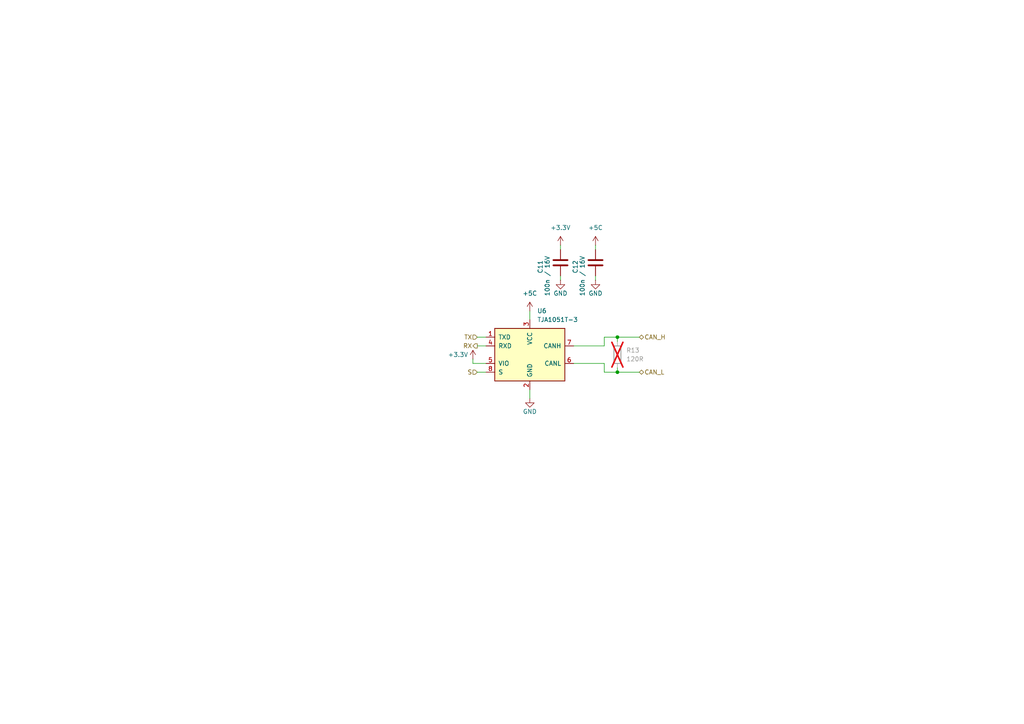
<source format=kicad_sch>
(kicad_sch (version 20250114) (generator "eeschema") (generator_version "9.0")
  (paper "A4")
  (lib_symbols
    (symbol "Device:C" (pin_numbers (hide yes)) (pin_names (offset 0.254))
      (property "Reference" "C" (at 0.635 2.54 0))
      (property "Value" "C" (at 0.635 -2.54 0))
      (symbol "C_0_1"
        (polyline (pts (xy -2.032 0.762) (xy 2.032 0.762)) (stroke (width 0.508)))
        (polyline (pts (xy -2.032 -0.762) (xy 2.032 -0.762)) (stroke (width 0.508)))
      )
      (symbol "C_1_1"
        (pin passive line (at 0 3.81 270) (length 2.794) (name "~") (number "1"))
        (pin passive line (at 0 -3.81 90) (length 2.794) (name "~") (number "2"))
      )
    )
    (symbol "Device:R" (pin_numbers (hide yes)) (pin_names (offset 0))
      (property "Reference" "R" (at 2.032 0 90))
      (property "Value" "R" (at 0 0 90))
      (symbol "R_0_1"
        (rectangle (start -1.016 -2.54) (end 1.016 2.54) (stroke (width 0.254)))
      )
      (symbol "R_1_1"
        (pin passive line (at 0 3.81 270) (length 1.27) (name "~") (number "1"))
        (pin passive line (at 0 -3.81 90) (length 1.27) (name "~") (number "2"))
      )
    )
    (symbol "Interface_CAN_LIN:TJA1051T-3" (pin_names (offset 1.016))
      (property "Reference" "U" (at -10.16 8.89 0))
      (property "Value" "TJA1051T-3" (at 1.27 8.89 0))
      (symbol "TJA1051T-3_0_1"
        (rectangle (start -10.16 7.62) (end 10.16 -7.62) (stroke (width 0.254)) (fill (type background)))
      )
      (symbol "TJA1051T-3_1_1"
        (pin input line (at -12.7 5.08 0) (length 2.54) (name "TXD") (number "1"))
        (pin output line (at -12.7 2.54 0) (length 2.54) (name "RXD") (number "4"))
        (pin power_in line (at -12.7 -2.54 0) (length 2.54) (name "VIO") (number "5"))
        (pin input line (at -12.7 -5.08 0) (length 2.54) (name "S") (number "8"))
        (pin power_in line (at 0 10.16 270) (length 2.54) (name "VCC") (number "3"))
        (pin power_in line (at 0 -10.16 90) (length 2.54) (name "GND") (number "2"))
        (pin bidirectional line (at 12.7 2.54 180) (length 2.54) (name "CANH") (number "7"))
        (pin bidirectional line (at 12.7 -2.54 180) (length 2.54) (name "CANL") (number "6"))
      )
    )
    (symbol "power:+3.3V" (power) (pin_numbers (hide yes)) (pin_names (offset 0) (hide yes))
      (property "Value" "+3.3V" (at 0 3.556 0))
      (symbol "+3.3V_0_1"
        (polyline (pts (xy -0.762 1.27) (xy 0 2.54)))
        (polyline (pts (xy 0 2.54) (xy 0.762 1.27)))
        (polyline (pts (xy 0 0) (xy 0 2.54)))
      )
      (symbol "+3.3V_1_1"
        (pin power_in line (at 0 0 90) (length 0) (name "~") (number "1"))
      )
    )
    (symbol "power:+5C" (power) (pin_numbers (hide yes)) (pin_names (offset 0) (hide yes))
      (property "Value" "+5C" (at 0 3.556 0))
      (symbol "+5C_0_1"
        (polyline (pts (xy -0.762 1.27) (xy 0 2.54)))
        (polyline (pts (xy 0 2.54) (xy 0.762 1.27)))
        (polyline (pts (xy 0 0) (xy 0 2.54)))
      )
      (symbol "+5C_1_1"
        (pin power_in line (at 0 0 90) (length 0) (name "~") (number "1"))
      )
    )
    (symbol "power:GND" (power) (pin_numbers (hide yes)) (pin_names (offset 0) (hide yes))
      (property "Value" "GND" (at 0 -3.81 0))
      (symbol "GND_0_1"
        (polyline (pts (xy 0 0) (xy 0 -1.27) (xy 1.27 -1.27) (xy 0 -2.54) (xy -1.27 -1.27) (xy 0 -1.27)))
      )
      (symbol "GND_1_1"
        (pin power_in line (at 0 0 270) (length 0) (name "~") (number "1"))
      )
    )
  )
  (junction (at 179.07 107.95))
  (junction (at 179.07 97.79))
  (wire (pts (xy 179.07 97.79) (xy 179.07 99.06)))
  (wire (pts (xy 137.16 105.41) (xy 137.16 104.14)))
  (wire (pts (xy 153.67 113.03) (xy 153.67 115.57)))
  (wire (pts (xy 175.26 97.79) (xy 179.07 97.79)))
  (wire (pts (xy 175.26 107.95) (xy 179.07 107.95)))
  (wire (pts (xy 138.43 100.33) (xy 140.97 100.33)))
  (wire (pts (xy 179.07 107.95) (xy 185.42 107.95)))
  (wire (pts (xy 138.43 97.79) (xy 140.97 97.79)))
  (wire (pts (xy 166.37 105.41) (xy 175.26 105.41)))
  (wire (pts (xy 138.43 107.95) (xy 140.97 107.95)))
  (wire (pts (xy 140.97 105.41) (xy 137.16 105.41)))
  (wire (pts (xy 162.56 80.01) (xy 162.56 81.28)))
  (wire (pts (xy 162.56 71.12) (xy 162.56 72.39)))
  (wire (pts (xy 179.07 106.68) (xy 179.07 107.95)))
  (wire (pts (xy 175.26 105.41) (xy 175.26 107.95)))
  (wire (pts (xy 166.37 100.33) (xy 175.26 100.33)))
  (wire (pts (xy 172.72 80.01) (xy 172.72 81.28)))
  (wire (pts (xy 153.67 90.17) (xy 153.67 92.71)))
  (wire (pts (xy 179.07 97.79) (xy 185.42 97.79)))
  (wire (pts (xy 172.72 71.12) (xy 172.72 72.39)))
  (wire (pts (xy 175.26 100.33) (xy 175.26 97.79)))
  (hierarchical_label "S" (shape input) (at 138.43 107.95 180))
  (hierarchical_label "CAN_H" (shape bidirectional) (at 185.42 97.79 0))
  (hierarchical_label "RX" (shape output) (at 138.43 100.33 180))
  (hierarchical_label "CAN_L" (shape bidirectional) (at 185.42 107.95 0))
  (hierarchical_label "TX" (shape input) (at 138.43 97.79 180))
  (symbol (lib_id "power:GND") (at 172.72 81.28 0) (unit 1)
    (property "Reference" "#PWR050" (effects (hide yes)))
    (property "Value" "GND" (at 172.72 85.09 0))
    (property "Description" "Power symbol creates a global label with name \"GND\" , ground" (effects (hide yes)))
  )
  (symbol (lib_id "power:+5C") (at 172.72 71.12 0) (unit 1)
    (property "Reference" "#PWR049" (effects (hide yes)))
    (property "Value" "+5C" (at 172.72 66.04 0))
    (property "Description" "Power symbol creates a global label with name \"+5C\"" (effects (hide yes)))
  )
  (symbol (lib_id "power:+3.3V") (at 137.16 104.14 0) (unit 1)
    (property "Reference" "#PWR044" (effects (hide yes)))
    (property "Value" "+3.3V" (at 132.842 102.87 0))
    (property "Description" "Power symbol creates a global label with name \"+3.3V\"" (effects (hide yes)))
  )
  (symbol (lib_id "power:+3.3V") (at 162.56 71.12 0) (unit 1)
    (property "Reference" "#PWR047" (effects (hide yes)))
    (property "Value" "+3.3V" (at 162.56 66.04 0))
    (property "Description" "Power symbol creates a global label with name \"+3.3V\"" (effects (hide yes)))
  )
  (symbol (lib_id "power:GND") (at 153.67 115.57 0) (unit 1)
    (property "Reference" "#PWR046" (effects (hide yes)))
    (property "Value" "GND" (at 153.67 119.38 0))
    (property "Description" "Power symbol creates a global label with name \"GND\" , ground" (effects (hide yes)))
  )
  (symbol (lib_id "Device:C") (at 172.72 76.2 180) (unit 1)
    (property "Reference" "C12" (at 166.878 75.438 90) (effects (justify left)))
    (property "Value" "100n / 16V" (at 168.91 74.1681 90) (effects (justify left)))
    (property "Footprint" "Capacitor_SMD:C_1206_3216Metric" (effects (hide yes)))
    (property "Description" "Unpolarized capacitor" (effects (hide yes)))
  )
  (symbol (lib_id "power:+5C") (at 153.67 90.17 0) (unit 1)
    (property "Reference" "#PWR045" (effects (hide yes)))
    (property "Value" "+5C" (at 153.67 85.09 0))
    (property "Description" "Power symbol creates a global label with name \"+5C\"" (effects (hide yes)))
  )
  (symbol (lib_id "Device:R") (at 179.07 102.87 0) (unit 1) (dnp yes)
    (property "Reference" "R13" (at 181.61 101.5999 0) (effects (justify left)))
    (property "Value" "120R" (at 181.61 104.1399 0) (effects (justify left)))
    (property "Footprint" "Resistor_SMD:R_1206_3216Metric" (effects (hide yes)))
    (property "Description" "Resistor" (effects (hide yes)))
  )
  (symbol (lib_id "power:GND") (at 162.56 81.28 0) (unit 1)
    (property "Reference" "#PWR048" (effects (hide yes)))
    (property "Value" "GND" (at 162.56 85.09 0))
    (property "Description" "Power symbol creates a global label with name \"GND\" , ground" (effects (hide yes)))
  )
  (symbol (lib_id "Device:C") (at 162.56 76.2 180) (unit 1)
    (property "Reference" "C11" (at 156.718 75.438 90) (effects (justify left)))
    (property "Value" "100n / 16V" (at 158.75 74.1681 90) (effects (justify left)))
    (property "Footprint" "Capacitor_SMD:C_1206_3216Metric" (effects (hide yes)))
    (property "Description" "Unpolarized capacitor" (effects (hide yes)))
  )
  (symbol (lib_id "Interface_CAN_LIN:TJA1051T-3") (at 153.67 102.87 0) (unit 1)
    (property "Reference" "U6" (at 155.8133 90.17 0) (effects (justify left)))
    (property "Value" "TJA1051T-3" (at 155.8133 92.71 0) (effects (justify left)))
    (property "Footprint" "Package_SO:SOIC-8_3.9x4.9mm_P1.27mm" (effects (hide yes)))
    (property "Datasheet" "http://www.nxp.com/docs/en/data-sheet/TJA1051.pdf" (effects (hide yes)))
    (property "Description" "High-Speed CAN Transceiver, separate VIO, silent mode, SOIC-8" (effects (hide yes)))
  )
)
</source>
